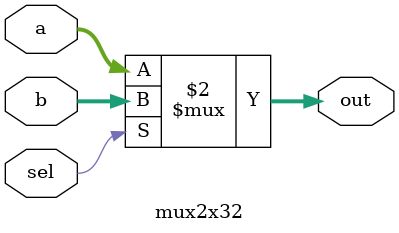
<source format=v>
module mux2x32 (
    input wire [31:0] a,
    input wire [31:0] b,
    input wire sel,
    
    output wire [31:0] out
);
    assign out = (sel == 1'b0) ? a : b;
endmodule
</source>
